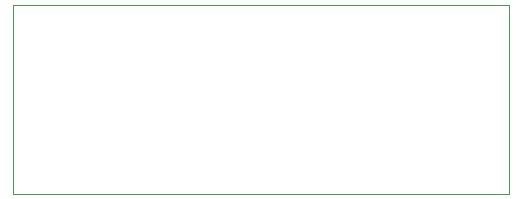
<source format=gbr>
%TF.GenerationSoftware,KiCad,Pcbnew,7.0.5*%
%TF.CreationDate,2023-10-06T16:43:15+02:00*%
%TF.ProjectId,USBTTLPGM_00,55534254-544c-4504-974d-5f30302e6b69,00*%
%TF.SameCoordinates,PX8b8aa80PY5faea10*%
%TF.FileFunction,Profile,NP*%
%FSLAX46Y46*%
G04 Gerber Fmt 4.6, Leading zero omitted, Abs format (unit mm)*
G04 Created by KiCad (PCBNEW 7.0.5) date 2023-10-06 16:43:15*
%MOMM*%
%LPD*%
G01*
G04 APERTURE LIST*
%TA.AperFunction,Profile*%
%ADD10C,0.100000*%
%TD*%
G04 APERTURE END LIST*
D10*
X21000000Y-8000000D02*
X21000000Y8000000D01*
X21000000Y-8000000D02*
X8500000Y-8000000D01*
X21000000Y8000000D02*
X8500000Y8000000D01*
X-21000000Y8000000D02*
X-21000000Y-8000000D01*
X-21000000Y-8000000D02*
X8500000Y-8000000D01*
X-21000000Y8000000D02*
X8500000Y8000000D01*
M02*

</source>
